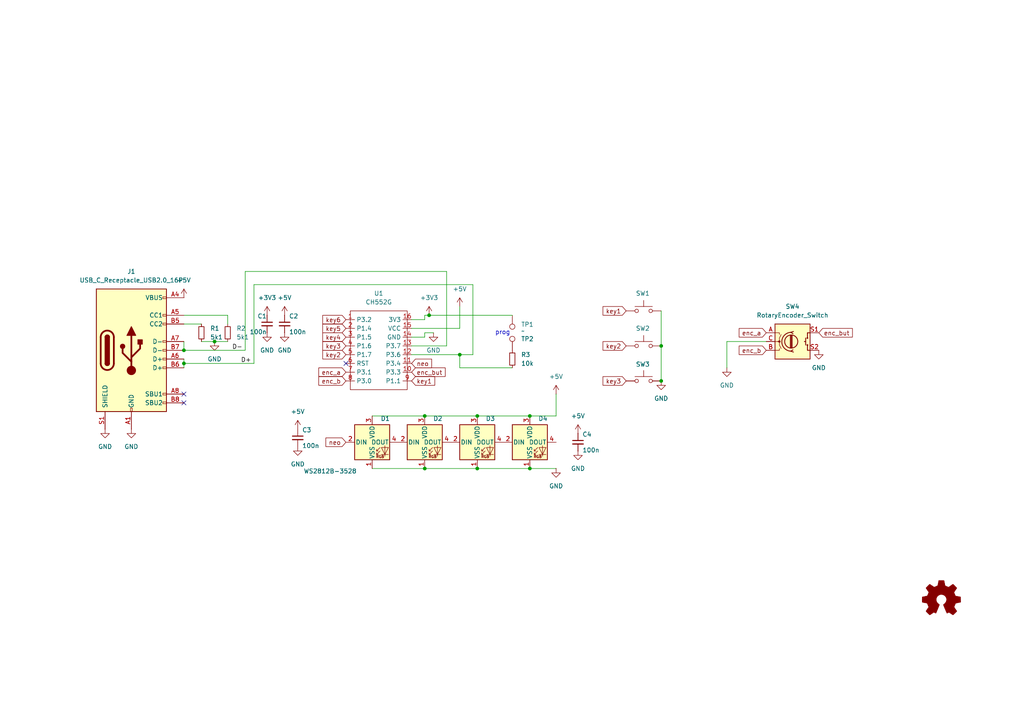
<source format=kicad_sch>
(kicad_sch (version 20250114) (generator "eeschema") (generator_version "9.0")
  (paper "A4")
  (title_block (title "Push-n-Turn-31") (date "2025-03-03") (rev "1") (company "Concept & Code"))
  (lib_symbols
    (symbol "Connector:TestPoint" (pin_numbers (hide yes)) (pin_names (offset 0.762) (hide yes))
      (property "Reference" "TP" (at 0 6.858 0))
      (property "Value" "TestPoint" (at 0 5.08 0))
      (symbol "TestPoint_0_1"
        (circle (center 0 3.302) (radius 0.762))
      )
      (symbol "TestPoint_1_1"
        (pin passive line (at 0 0 90) (length 2.54) (name "1") (number "1"))
      )
    )
    (symbol "Connector:USB_C_Receptacle_USB2.0_16P" (pin_names (offset 1.016))
      (property "Reference" "J" (at 0 22.225 0))
      (property "Value" "USB_C_Receptacle_USB2.0_16P" (at 0 19.685 0))
      (symbol "USB_C_Receptacle_USB2.0_16P_0_0"
        (rectangle (start -0.254 -17.78) (end 0.254 -16.764))
        (rectangle (start 10.16 15.494) (end 9.144 14.986))
        (rectangle (start 10.16 10.414) (end 9.144 9.906))
        (rectangle (start 10.16 7.874) (end 9.144 7.366))
        (rectangle (start 10.16 2.794) (end 9.144 2.286))
        (rectangle (start 10.16 0.254) (end 9.144 -0.254))
        (rectangle (start 10.16 -2.286) (end 9.144 -2.794))
        (rectangle (start 10.16 -4.826) (end 9.144 -5.334))
        (rectangle (start 10.16 -12.446) (end 9.144 -12.954))
        (rectangle (start 10.16 -14.986) (end 9.144 -15.494))
      )
      (symbol "USB_C_Receptacle_USB2.0_16P_0_1"
        (rectangle (start -10.16 17.78) (end 10.16 -17.78) (stroke (width 0.254)) (fill (type background)))
        (polyline (pts (xy -8.89 -3.81) (xy -8.89 3.81)) (stroke (width 0.508)))
        (rectangle (start -7.62 -3.81) (end -6.35 3.81) (stroke (width 0.254)) (fill (type outline)))
        (arc (start -7.62 3.81) (mid -6.985 4.4423) (end -6.35 3.81) (stroke (width 0.254)))
        (arc (start -7.62 3.81) (mid -6.985 4.4423) (end -6.35 3.81) (stroke (width 0.254)) (fill (type outline)))
        (arc (start -8.89 3.81) (mid -6.985 5.7067) (end -5.08 3.81) (stroke (width 0.508)))
        (arc (start -5.08 -3.81) (mid -6.985 -5.7067) (end -8.89 -3.81) (stroke (width 0.508)))
        (arc (start -6.35 -3.81) (mid -6.985 -4.4423) (end -7.62 -3.81) (stroke (width 0.254)))
        (arc (start -6.35 -3.81) (mid -6.985 -4.4423) (end -7.62 -3.81) (stroke (width 0.254)) (fill (type outline)))
        (polyline (pts (xy -5.08 3.81) (xy -5.08 -3.81)) (stroke (width 0.508)))
        (circle (center -2.54 1.143) (radius 0.635) (stroke (width 0.254)) (fill (type outline)))
        (polyline (pts (xy -1.27 4.318) (xy 0 6.858) (xy 1.27 4.318) (xy -1.27 4.318)) (stroke (width 0.254)) (fill (type outline)))
        (polyline (pts (xy 0 -2.032) (xy 2.54 0.508) (xy 2.54 1.778)) (stroke (width 0.508)))
        (polyline (pts (xy 0 -3.302) (xy -2.54 -0.762) (xy -2.54 0.508)) (stroke (width 0.508)))
        (polyline (pts (xy 0 -5.842) (xy 0 4.318)) (stroke (width 0.508)))
        (circle (center 0 -5.842) (radius 1.27) (fill (type outline)))
        (rectangle (start 1.905 1.778) (end 3.175 3.048) (stroke (width 0.254)) (fill (type outline)))
      )
      (symbol "USB_C_Receptacle_USB2.0_16P_1_1"
        (pin passive line (at -7.62 -22.86 90) (length 5.08) (name "SHIELD") (number "S1"))
        (pin passive line (at 0 -22.86 90) (length 5.08) (name "GND") (number "A1"))
        (pin passive line (at 0 -22.86 90) (length 5.08) (hide yes) (name "GND") (number "A12"))
        (pin passive line (at 0 -22.86 90) (length 5.08) (hide yes) (name "GND") (number "B1"))
        (pin passive line (at 0 -22.86 90) (length 5.08) (hide yes) (name "GND") (number "B12"))
        (pin passive line (at 15.24 15.24 180) (length 5.08) (name "VBUS") (number "A4"))
        (pin passive line (at 15.24 15.24 180) (length 5.08) (hide yes) (name "VBUS") (number "A9"))
        (pin passive line (at 15.24 15.24 180) (length 5.08) (hide yes) (name "VBUS") (number "B4"))
        (pin passive line (at 15.24 15.24 180) (length 5.08) (hide yes) (name "VBUS") (number "B9"))
        (pin bidirectional line (at 15.24 10.16 180) (length 5.08) (name "CC1") (number "A5"))
        (pin bidirectional line (at 15.24 7.62 180) (length 5.08) (name "CC2") (number "B5"))
        (pin bidirectional line (at 15.24 2.54 180) (length 5.08) (name "D-") (number "A7"))
        (pin bidirectional line (at 15.24 0 180) (length 5.08) (name "D-") (number "B7"))
        (pin bidirectional line (at 15.24 -2.54 180) (length 5.08) (name "D+") (number "A6"))
        (pin bidirectional line (at 15.24 -5.08 180) (length 5.08) (name "D+") (number "B6"))
        (pin bidirectional line (at 15.24 -12.7 180) (length 5.08) (name "SBU1") (number "A8"))
        (pin bidirectional line (at 15.24 -15.24 180) (length 5.08) (name "SBU2") (number "B8"))
      )
    )
    (symbol "Device:C_Small" (pin_numbers (hide yes)) (pin_names (offset 0.254) (hide yes))
      (property "Reference" "C" (at 0.254 1.778 0))
      (property "Value" "C_Small" (at 0.254 -2.032 0))
      (symbol "C_Small_0_1"
        (polyline (pts (xy -1.524 0.508) (xy 1.524 0.508)) (stroke (width 0.3048)))
        (polyline (pts (xy -1.524 -0.508) (xy 1.524 -0.508)) (stroke (width 0.3302)))
      )
      (symbol "C_Small_1_1"
        (pin passive line (at 0 2.54 270) (length 2.032) (name "~") (number "1"))
        (pin passive line (at 0 -2.54 90) (length 2.032) (name "~") (number "2"))
      )
    )
    (symbol "Device:R_Small" (pin_numbers (hide yes)) (pin_names (offset 0.254) (hide yes))
      (property "Reference" "R" (at 0.762 0.508 0))
      (property "Value" "R_Small" (at 0.762 -1.016 0))
      (symbol "R_Small_0_1"
        (rectangle (start -0.762 1.778) (end 0.762 -1.778) (stroke (width 0.2032)))
      )
      (symbol "R_Small_1_1"
        (pin passive line (at 0 2.54 270) (length 0.762) (name "~") (number "1"))
        (pin passive line (at 0 -2.54 90) (length 0.762) (name "~") (number "2"))
      )
    )
    (symbol "Device:RotaryEncoder_Switch" (pin_names (offset 0.254) (hide yes))
      (property "Reference" "SW" (at 0 6.604 0))
      (property "Value" "RotaryEncoder_Switch" (at 0 -6.604 0))
      (symbol "RotaryEncoder_Switch_0_1"
        (rectangle (start -5.08 5.08) (end 5.08 -5.08) (stroke (width 0.254)) (fill (type background)))
        (polyline (pts (xy -5.08 2.54) (xy -3.81 2.54) (xy -3.81 2.032)))
        (polyline (pts (xy -5.08 0) (xy -3.81 0) (xy -3.81 -1.016) (xy -3.302 -2.032)))
        (polyline (pts (xy -5.08 -2.54) (xy -3.81 -2.54) (xy -3.81 -2.032)))
        (polyline (pts (xy -4.318 0) (xy -3.81 0) (xy -3.81 1.016) (xy -3.302 2.032)))
        (circle (center -3.81 0) (radius 0.254) (fill (type outline)))
        (polyline (pts (xy -0.635 -1.778) (xy -0.635 1.778)) (stroke (width 0.254)))
        (circle (center -0.381 0) (radius 1.905) (stroke (width 0.254)))
        (polyline (pts (xy -0.381 -1.778) (xy -0.381 1.778)) (stroke (width 0.254)))
        (arc (start -0.381 -2.794) (mid -3.0988 -0.0635) (end -0.381 2.667) (stroke (width 0.254)))
        (polyline (pts (xy -0.127 1.778) (xy -0.127 -1.778)) (stroke (width 0.254)))
        (polyline (pts (xy 0.254 2.921) (xy -0.508 2.667) (xy 0.127 2.286)) (stroke (width 0.254)))
        (polyline (pts (xy 0.254 -3.048) (xy -0.508 -2.794) (xy 0.127 -2.413)) (stroke (width 0.254)))
        (polyline (pts (xy 3.81 1.016) (xy 3.81 -1.016)) (stroke (width 0.254)))
        (polyline (pts (xy 3.81 0) (xy 3.429 0)) (stroke (width 0.254)))
        (circle (center 4.318 1.016) (radius 0.127) (stroke (width 0.254)))
        (circle (center 4.318 -1.016) (radius 0.127) (stroke (width 0.254)))
        (polyline (pts (xy 5.08 2.54) (xy 4.318 2.54) (xy 4.318 1.016)) (stroke (width 0.254)))
        (polyline (pts (xy 5.08 -2.54) (xy 4.318 -2.54) (xy 4.318 -1.016)) (stroke (width 0.254)))
      )
      (symbol "RotaryEncoder_Switch_1_1"
        (pin passive line (at -7.62 2.54 0) (length 2.54) (name "A") (number "A"))
        (pin passive line (at -7.62 0 0) (length 2.54) (name "C") (number "C"))
        (pin passive line (at -7.62 -2.54 0) (length 2.54) (name "B") (number "B"))
        (pin passive line (at 7.62 2.54 180) (length 2.54) (name "S1") (number "S1"))
        (pin passive line (at 7.62 -2.54 180) (length 2.54) (name "S2") (number "S2"))
      )
    )
    (symbol "Graphic:Logo_Open_Hardware_Small" (in_bom no) (on_board no)
      (symbol "Logo_Open_Hardware_Small_0_1"
        (polyline (pts (xy 3.3528 -4.3434) (xy 3.302 -4.318) (xy 3.175 -4.2418) (xy 2.9972 -4.1148) (xy 2.7686 -3.9624) (xy 2.54 -3.81) (xy 2.3622 -3.7084) (xy 2.2352 -3.6068) (xy 2.1844 -3.5814) (xy 2.159 -3.6068) (xy 2.0574 -3.6576) (xy 1.905 -3.7338) (xy 1.8034 -3.7846) (xy 1.6764 -3.8354) (xy 1.6002 -3.8354) (xy 1.6002 -3.8354) (xy 1.5494 -3.7338) (xy 1.4732 -3.5306) (xy 1.3462 -3.302) (xy 1.2446 -3.0226) (xy 1.1176 -2.7178) (xy 0.9652 -2.413) (xy 0.8636 -2.1082) (xy 0.7366 -1.8288) (xy 0.6604 -1.6256) (xy 0.6096 -1.4732) (xy 0.5842 -1.397) (xy 0.5842 -1.397) (xy 0.6604 -1.3208) (xy 0.7874 -1.2446) (xy 1.0414 -1.016) (xy 1.2954 -0.6858) (xy 1.4478 -0.3302) (xy 1.524 0.0762) (xy 1.4732 0.4572) (xy 1.3208 0.8128) (xy 1.0668 1.143) (xy 0.762 1.3716) (xy 0.4064 1.524) (xy 0 1.5748) (xy -0.381 1.5494) (xy -0.7366 1.397) (xy -1.0668 1.143) (xy -1.2192 0.9906) (xy -1.397 0.6604) (xy -1.524 0.3048) (xy -1.524 0.2286) (xy -1.4986 -0.1778) (xy -1.397 -0.5334) (xy -1.1938 -0.8636) (xy -0.9144 -1.143) (xy -0.8636 -1.1684) (xy -0.7366 -1.27) (xy -0.635 -1.3462) (xy -0.5842 -1.397) (xy -1.0668 -2.5908) (xy -1.143 -2.794) (xy -1.2954 -3.1242) (xy -1.397 -3.4036) (xy -1.4986 -3.6322) (xy -1.5748 -3.7846) (xy -1.6002 -3.8354) (xy -1.6002 -3.8354) (xy -1.651 -3.8354) (xy -1.7272 -3.81) (xy -1.905 -3.7338) (xy -2.0066 -3.683) (xy -2.1336 -3.6068) (xy -2.2098 -3.5814) (xy -2.2606 -3.6068) (xy -2.3622 -3.683) (xy -2.54 -3.81) (xy -2.7686 -3.9624) (xy -2.9718 -4.0894) (xy -3.1496 -4.2164) (xy -3.302 -4.318) (xy -3.3528 -4.3434) (xy -3.3782 -4.3434) (xy -3.429 -4.318) (xy -3.5306 -4.2164) (xy -3.7084 -4.064) (xy -3.937 -3.8354) (xy -3.9624 -3.81) (xy -4.1656 -3.6068) (xy -4.318 -3.4544) (xy -4.4196 -3.3274) (xy -4.445 -3.2766) (xy -4.445 -3.2766) (xy -4.4196 -3.2258) (xy -4.318 -3.0734) (xy -4.2164 -2.8956) (xy -4.064 -2.667) (xy -3.6576 -2.0828) (xy -3.8862 -1.5494) (xy -3.937 -1.3716) (xy -4.0386 -1.1684) (xy -4.0894 -1.0414) (xy -4.1148 -0.9652) (xy -4.191 -0.9398) (xy -4.318 -0.9144) (xy -4.5466 -0.8636) (xy -4.8006 -0.8128) (xy -5.0546 -0.7874) (xy -5.2578 -0.7366) (xy -5.4356 -0.7112) (xy -5.5118 -0.6858) (xy -5.5118 -0.6858) (xy -5.5372 -0.635) (xy -5.5372 -0.5588) (xy -5.5372 -0.4318) (xy -5.5626 -0.2286) (xy -5.5626 0.0762) (xy -5.5626 0.127) (xy -5.5372 0.4064) (xy -5.5372 0.635) (xy -5.5372 0.762) (xy -5.5372 0.8382) (xy -5.5372 0.8382) (xy -5.461 0.8382) (xy -5.3086 0.889) (xy -5.08 0.9144) (xy -4.826 0.9652) (xy -4.8006 0.9906) (xy -4.5466 1.0414) (xy -4.318 1.0668) (xy -4.1656 1.1176) (xy -4.0894 1.143) (xy -4.0894 1.143) (xy -4.0386 1.2446) (xy -3.9624 1.4224) (xy -3.8608 1.6256) (xy -3.7846 1.8288) (xy -3.7084 2.0066) (xy -3.6576 2.159) (xy -3.6322 2.2098) (xy -3.6322 2.2098) (xy -3.683 2.286) (xy -3.7592 2.413) (xy -3.8862 2.5908) (xy -4.064 2.8194) (xy -4.064 2.8448) (xy -4.2164 3.0734) (xy -4.3434 3.2512) (xy -4.4196 3.3782) (xy -4.445 3.4544) (xy -4.445 3.4544) (xy -4.3942 3.5052) (xy -4.2926 3.6322) (xy -4.1148 3.81) (xy -3.937 4.0132) (xy -3.8608 4.064) (xy -3.6576 4.2926) (xy -3.5052 4.4196) (xy -3.4036 4.4958) (xy -3.3528 4.5212) (xy -3.3528 4.5212) (xy -3.302 4.4704) (xy -3.1496 4.3688) (xy -2.9718 4.2418) (xy -2.7432 4.0894) (xy -2.7178 4.0894) (xy -2.4892 3.937) (xy -2.3114 3.81) (xy -2.1844 3.7084) (xy -2.1336 3.683) (xy -2.1082 3.683) (xy -2.032 3.7084) (xy -1.8542 3.7592) (xy -1.6764 3.8354) (xy -1.4732 3.937) (xy -1.27 4.0132) (xy -1.143 4.064) (xy -1.0668 4.1148) (xy -1.0668 4.1148) (xy -1.0414 4.191) (xy -1.016 4.3434) (xy -0.9652 4.572) (xy -0.9144 4.8514) (xy -0.889 4.9022) (xy -0.8382 5.1562) (xy -0.8128 5.3848) (xy -0.7874 5.5372) (xy -0.762 5.588) (xy -0.7112 5.6134) (xy -0.5842 5.6134) (xy -0.4064 5.6134) (xy -0.1524 5.6134) (xy 0.0762 5.6134) (xy 0.3302 5.6134) (xy 0.5334 5.6134) (xy 0.6858 5.588) (xy 0.7366 5.588) (xy 0.7366 5.588) (xy 0.762 5.5118) (xy 0.8128 5.334) (xy 0.8382 5.1054) (xy 0.9144 4.826) (xy 0.9144 4.7752) (xy 0.9652 4.5212) (xy 1.016 4.2926) (xy 1.0414 4.1402) (xy 1.0668 4.0894) (xy 1.0668 4.0894) (xy 1.1938 4.0386) (xy 1.3716 3.9624) (xy 1.5748 3.8608) (xy 2.0828 3.6576) (xy 2.7178 4.0894) (xy 2.7686 4.1402) (xy 2.9972 4.2926) (xy 3.175 4.4196) (xy 3.302 4.4958) (xy 3.3782 4.5212) (xy 3.3782 4.5212) (xy 3.429 4.4704) (xy 3.556 4.3434) (xy 3.7338 4.191) (xy 3.9116 3.9878) (xy 4.064 3.8354) (xy 4.2418 3.6576) (xy 4.3434 3.556) (xy 4.4196 3.4798) (xy 4.4196 3.429) (xy 4.4196 3.4036) (xy 4.3942 3.3274) (xy 4.2926 3.2004) (xy 4.1656 2.9972) (xy 4.0132 2.794) (xy 3.8862 2.5908) (xy 3.7592 2.3876) (xy 3.6576 2.2352) (xy 3.6322 2.159) (xy 3.6322 2.1336) (xy 3.683 2.0066) (xy 3.7592 1.8288) (xy 3.8608 1.6002) (xy 4.064 1.1176) (xy 4.3942 1.0414) (xy 4.5974 1.016) (xy 4.8768 0.9652) (xy 5.1308 0.9144) (xy 5.5372 0.8382) (xy 5.5626 -0.6604) (xy 5.4864 -0.6858) (xy 5.4356 -0.6858) (xy 5.2832 -0.7366) (xy 5.0546 -0.762) (xy 4.8006 -0.8128) (xy 4.5974 -0.8636) (xy 4.3688 -0.9144) (xy 4.2164 -0.9398) (xy 4.1402 -0.9398) (xy 4.1148 -0.9652) (xy 4.064 -1.0668) (xy 3.9878 -1.2446) (xy 3.9116 -1.4478) (xy 3.81 -1.651) (xy 3.7338 -1.8542) (xy 3.683 -2.0066) (xy 3.6576 -2.0828) (xy 3.683 -2.1336) (xy 3.7846 -2.2606) (xy 3.8862 -2.4638) (xy 4.0386 -2.667) (xy 4.191 -2.8956) (xy 4.318 -3.0734) (xy 4.3942 -3.2004) (xy 4.445 -3.2766) (xy 4.4196 -3.3274) (xy 4.3434 -3.429) (xy 4.1656 -3.5814) (xy 3.937 -3.8354) (xy 3.8862 -3.8608) (xy 3.683 -4.064) (xy 3.5306 -4.2164) (xy 3.4036 -4.318) (xy 3.3528 -4.3434)) (fill (type outline)))
      )
    )
    (symbol "LED:WS2812B-3528" (pin_names (offset 0.254))
      (property "Reference" "D" (at 5.08 5.715 0))
      (property "Value" "WS2812B-3528" (at 1.27 -5.715 0))
      (symbol "WS2812B-3528_0_0"
        (text "RGB" (at 2.286 -4.191 0) (effects (font (size 0.762 0.762))))
      )
      (symbol "WS2812B-3528_0_1"
        (polyline (pts (xy 1.27 -2.54) (xy 1.778 -2.54)))
        (polyline (pts (xy 1.27 -3.556) (xy 1.778 -3.556)))
        (polyline (pts (xy 2.286 -1.524) (xy 1.27 -2.54) (xy 1.27 -2.032)))
        (polyline (pts (xy 2.286 -2.54) (xy 1.27 -3.556) (xy 1.27 -3.048)))
        (polyline (pts (xy 3.683 -1.016) (xy 3.683 -3.556) (xy 3.683 -4.064)))
        (polyline (pts (xy 4.699 -1.524) (xy 2.667 -1.524) (xy 3.683 -3.556) (xy 4.699 -1.524)))
        (polyline (pts (xy 4.699 -3.556) (xy 2.667 -3.556)))
        (rectangle (start 5.08 5.08) (end -5.08 -5.08) (stroke (width 0.254)) (fill (type background)))
      )
      (symbol "WS2812B-3528_1_1"
        (pin input line (at -7.62 0 0) (length 2.54) (name "DIN") (number "2"))
        (pin power_in line (at 0 7.62 270) (length 2.54) (name "VDD") (number "3"))
        (pin power_in line (at 0 -7.62 90) (length 2.54) (name "VSS") (number "1"))
        (pin output line (at 7.62 0 180) (length 2.54) (name "DOUT") (number "4"))
      )
    )
    (symbol "Switch:SW_Push" (pin_numbers (hide yes)) (pin_names (offset 1.016) (hide yes))
      (property "Reference" "SW" (at 1.27 2.54 0))
      (property "Value" "SW_Push" (at 0 -1.524 0))
      (symbol "SW_Push_0_1"
        (circle (center -2.032 0) (radius 0.508))
        (polyline (pts (xy 0 1.27) (xy 0 3.048)))
        (circle (center 2.032 0) (radius 0.508))
        (polyline (pts (xy 2.54 1.27) (xy -2.54 1.27)))
        (pin passive line (at -5.08 0 0) (length 2.54) (name "1") (number "1"))
        (pin passive line (at 5.08 0 180) (length 2.54) (name "2") (number "2"))
      )
    )
    (symbol "ch552g:CH552G"
      (property "Reference" "U" (at 0 1.27 0))
      (property "Value" "CH552G" (at 0 -2.54 0))
      (symbol "CH552G_0_1"
        (rectangle (start -8.89 8.89) (end 7.62 -13.97))
      )
      (symbol "CH552G_1_1"
        (pin bidirectional line (at -10.16 6.35 0) (length 2.54) (name "P3.2") (number "1"))
        (pin bidirectional line (at -10.16 3.81 0) (length 2.54) (name "P1.4") (number "2"))
        (pin bidirectional line (at -10.16 1.27 0) (length 2.54) (name "P1.5") (number "3"))
        (pin bidirectional line (at -10.16 -1.27 0) (length 2.54) (name "P1.6") (number "4"))
        (pin bidirectional line (at -10.16 -3.81 0) (length 2.54) (name "P1.7") (number "5"))
        (pin bidirectional line (at -10.16 -6.35 0) (length 2.54) (name "RST") (number "6"))
        (pin bidirectional line (at -10.16 -8.89 0) (length 2.54) (name "P3.1") (number "7"))
        (pin bidirectional line (at -10.16 -11.43 0) (length 2.54) (name "P3.0") (number "8"))
        (pin bidirectional line (at 8.89 6.35 180) (length 2.54) (name "3V3") (number "16"))
        (pin bidirectional line (at 8.89 3.81 180) (length 2.54) (name "VCC") (number "15"))
        (pin bidirectional line (at 8.89 1.27 180) (length 2.54) (name "GND") (number "14"))
        (pin bidirectional line (at 8.89 -1.27 180) (length 2.54) (name "P3.7") (number "13"))
        (pin bidirectional line (at 8.89 -3.81 180) (length 2.54) (name "P3.6") (number "12"))
        (pin bidirectional line (at 8.89 -6.35 180) (length 2.54) (name "P3.4") (number "11"))
        (pin bidirectional line (at 8.89 -8.89 180) (length 2.54) (name "P3.3") (number "10"))
        (pin bidirectional line (at 8.89 -11.43 180) (length 2.54) (name "P1.1") (number "9"))
      )
    )
    (symbol "power:+3V3" (power) (pin_numbers (hide yes)) (pin_names (offset 0) (hide yes))
      (property "Value" "+3V3" (at 0 3.556 0))
      (symbol "+3V3_0_1"
        (polyline (pts (xy -0.762 1.27) (xy 0 2.54)))
        (polyline (pts (xy 0 2.54) (xy 0.762 1.27)))
        (polyline (pts (xy 0 0) (xy 0 2.54)))
      )
      (symbol "+3V3_1_1"
        (pin power_in line (at 0 0 90) (length 0) (name "~") (number "1"))
      )
    )
    (symbol "power:+5V" (power) (pin_numbers (hide yes)) (pin_names (offset 0) (hide yes))
      (property "Value" "+5V" (at 0 3.556 0))
      (symbol "+5V_0_1"
        (polyline (pts (xy -0.762 1.27) (xy 0 2.54)))
        (polyline (pts (xy 0 2.54) (xy 0.762 1.27)))
        (polyline (pts (xy 0 0) (xy 0 2.54)))
      )
      (symbol "+5V_1_1"
        (pin power_in line (at 0 0 90) (length 0) (name "~") (number "1"))
      )
    )
    (symbol "power:GND" (power) (pin_numbers (hide yes)) (pin_names (offset 0) (hide yes))
      (property "Value" "GND" (at 0 -3.81 0))
      (symbol "GND_0_1"
        (polyline (pts (xy 0 0) (xy 0 -1.27) (xy 1.27 -1.27) (xy 0 -2.54) (xy -1.27 -1.27) (xy 0 -1.27)))
      )
      (symbol "GND_1_1"
        (pin power_in line (at 0 0 270) (length 0) (name "~") (number "1"))
      )
    )
  )
  (text "prog" (at 145.796 96.52 0) (effects (font (size 1.27 1.27))))
  (junction (at 153.67 135.89))
  (junction (at 123.19 135.89))
  (junction (at 133.35 102.87))
  (junction (at 191.77 110.49))
  (junction (at 153.67 120.65))
  (junction (at 123.19 120.65))
  (junction (at 62.23 99.06))
  (junction (at 191.77 100.33))
  (junction (at 124.46 91.44))
  (junction (at 53.34 101.6))
  (junction (at 53.34 105.41))
  (junction (at 138.43 135.89))
  (junction (at 138.43 120.65))
  (no_connect (at 100.33 105.41))
  (no_connect (at 53.34 116.84))
  (no_connect (at 53.34 114.3))
  (wire (pts (xy 133.35 102.87) (xy 137.16 102.87)))
  (wire (pts (xy 123.19 120.65) (xy 138.43 120.65)))
  (wire (pts (xy 71.12 78.74) (xy 129.54 78.74)))
  (wire (pts (xy 123.19 96.52) (xy 125.73 96.52)))
  (wire (pts (xy 133.35 95.25) (xy 133.35 88.9)))
  (wire (pts (xy 73.66 105.41) (xy 53.34 105.41)))
  (wire (pts (xy 53.34 105.41) (xy 53.34 106.68)))
  (wire (pts (xy 53.34 101.6) (xy 71.12 101.6)))
  (wire (pts (xy 210.82 99.06) (xy 222.25 99.06)))
  (wire (pts (xy 148.59 106.68) (xy 133.35 106.68)))
  (wire (pts (xy 123.19 97.79) (xy 123.19 96.52)))
  (wire (pts (xy 191.77 90.17) (xy 191.77 100.33)))
  (wire (pts (xy 53.34 99.06) (xy 53.34 101.6)))
  (wire (pts (xy 53.34 93.98) (xy 58.42 93.98)))
  (wire (pts (xy 73.66 82.55) (xy 73.66 105.41)))
  (wire (pts (xy 123.19 91.44) (xy 123.19 92.71)))
  (wire (pts (xy 66.04 93.98) (xy 66.04 91.44)))
  (wire (pts (xy 107.95 135.89) (xy 123.19 135.89)))
  (wire (pts (xy 66.04 91.44) (xy 53.34 91.44)))
  (wire (pts (xy 119.38 95.25) (xy 133.35 95.25)))
  (wire (pts (xy 53.34 104.14) (xy 53.34 105.41)))
  (wire (pts (xy 62.23 99.06) (xy 66.04 99.06)))
  (wire (pts (xy 210.82 99.06) (xy 210.82 106.68)))
  (wire (pts (xy 138.43 135.89) (xy 153.67 135.89)))
  (wire (pts (xy 119.38 97.79) (xy 123.19 97.79)))
  (wire (pts (xy 119.38 102.87) (xy 133.35 102.87)))
  (wire (pts (xy 153.67 120.65) (xy 161.29 120.65)))
  (wire (pts (xy 137.16 102.87) (xy 137.16 82.55)))
  (wire (pts (xy 123.19 92.71) (xy 119.38 92.71)))
  (wire (pts (xy 71.12 101.6) (xy 71.12 78.74)))
  (wire (pts (xy 124.46 91.44) (xy 123.19 91.44)))
  (wire (pts (xy 153.67 135.89) (xy 161.29 135.89)))
  (wire (pts (xy 138.43 120.65) (xy 153.67 120.65)))
  (wire (pts (xy 58.42 99.06) (xy 62.23 99.06)))
  (wire (pts (xy 129.54 100.33) (xy 119.38 100.33)))
  (wire (pts (xy 148.59 91.44) (xy 124.46 91.44)))
  (wire (pts (xy 137.16 82.55) (xy 73.66 82.55)))
  (wire (pts (xy 191.77 100.33) (xy 191.77 110.49)))
  (wire (pts (xy 107.95 120.65) (xy 123.19 120.65)))
  (wire (pts (xy 123.19 135.89) (xy 138.43 135.89)))
  (wire (pts (xy 161.29 114.3) (xy 161.29 120.65)))
  (wire (pts (xy 129.54 78.74) (xy 129.54 100.33)))
  (wire (pts (xy 133.35 106.68) (xy 133.35 102.87)))
  (label "D+" (at 69.85 105.41 0))
  (label "D-" (at 67.31 101.6 0))
  (global_label "enc_but" (shape input) (at 237.49 96.52 0) (property "Intersheetrefs" "${INTERSHEET_REFS}" (effects (hide yes))))
  (global_label "neo" (shape input) (at 119.38 105.41 0) (property "Intersheetrefs" "${INTERSHEET_REFS}" (effects (hide yes))))
  (global_label "enc_a" (shape input) (at 222.25 96.52 180) (property "Intersheetrefs" "${INTERSHEET_REFS}" (effects (hide yes))))
  (global_label "key4" (shape input) (at 100.33 97.79 180) (property "Intersheetrefs" "${INTERSHEET_REFS}" (effects (hide yes))))
  (global_label "enc_b" (shape input) (at 222.25 101.6 180) (property "Intersheetrefs" "${INTERSHEET_REFS}" (effects (hide yes))))
  (global_label "enc_b" (shape input) (at 100.33 110.49 180) (property "Intersheetrefs" "${INTERSHEET_REFS}" (effects (hide yes))))
  (global_label "key1" (shape input) (at 181.61 90.17 180) (property "Intersheetrefs" "${INTERSHEET_REFS}" (effects (hide yes))))
  (global_label "key3" (shape input) (at 100.33 100.33 180) (property "Intersheetrefs" "${INTERSHEET_REFS}" (effects (hide yes))))
  (global_label "enc_a" (shape input) (at 100.33 107.95 180) (property "Intersheetrefs" "${INTERSHEET_REFS}" (effects (hide yes))))
  (global_label "key2" (shape input) (at 100.33 102.87 180) (property "Intersheetrefs" "${INTERSHEET_REFS}" (effects (hide yes))))
  (global_label "key5" (shape input) (at 100.33 95.25 180) (property "Intersheetrefs" "${INTERSHEET_REFS}" (effects (hide yes))))
  (global_label "neo" (shape input) (at 100.33 128.27 180) (property "Intersheetrefs" "${INTERSHEET_REFS}" (effects (hide yes))))
  (global_label "key1" (shape input) (at 119.38 110.49 0) (property "Intersheetrefs" "${INTERSHEET_REFS}" (effects (hide yes))))
  (global_label "enc_but" (shape input) (at 119.38 107.95 0) (property "Intersheetrefs" "${INTERSHEET_REFS}" (effects (hide yes))))
  (global_label "key3" (shape input) (at 181.61 110.49 180) (property "Intersheetrefs" "${INTERSHEET_REFS}" (effects (hide yes))))
  (global_label "key2" (shape input) (at 181.61 100.33 180) (property "Intersheetrefs" "${INTERSHEET_REFS}" (effects (hide yes))))
  (global_label "key6" (shape input) (at 100.33 92.71 180) (property "Intersheetrefs" "${INTERSHEET_REFS}" (effects (hide yes))))
  (symbol (lib_id "power:GND") (at 38.1 124.46 0) (unit 1)
    (property "Reference" "#PWR02" (effects (hide yes)))
    (property "Value" "GND" (at 38.1 129.54 0))
    (property "Description" "Power symbol creates a global label with name \"GND\" , ground" (effects (hide yes)))
  )
  (symbol (lib_id "power:+5V") (at 133.35 88.9 0) (unit 1)
    (property "Reference" "#PWR013" (effects (hide yes)))
    (property "Value" "+5V" (at 133.35 83.82 0))
    (property "Description" "Power symbol creates a global label with name \"+5V\"" (effects (hide yes)))
  )
  (symbol (lib_id "Switch:SW_Push") (at 186.69 100.33 0) (unit 1)
    (property "Reference" "SW2" (at 186.436 95.25 0))
    (property "Value" "key2" (effects (hide yes)))
    (property "Footprint" "Button_Switch_Keyboard:SW_RedDragon5.5m_Ali_1.00u" (effects (hide yes)))
    (property "Description" "Push button switch, generic, two pins" (effects (hide yes)))
  )
  (symbol (lib_id "power:GND") (at 82.55 96.52 0) (unit 1)
    (property "Reference" "#PWR08" (effects (hide yes)))
    (property "Value" "GND" (at 82.55 101.6 0))
    (property "Description" "Power symbol creates a global label with name \"GND\" , ground" (effects (hide yes)))
  )
  (symbol (lib_id "LED:WS2812B-3528") (at 107.95 128.27 0) (unit 1)
    (property "Reference" "D1" (at 111.76 121.412 0))
    (property "Value" "WS2812B-3528" (at 95.758 136.652 0))
    (property "Footprint" "LED_SMD:LED_WS2812B-Mini_PLCC4_3.5x2.8mm" (effects (hide yes)))
    (property "Datasheet" "https://cdn-shop.adafruit.com/datasheets/WS2812B.pdf" (effects (hide yes)))
    (property "Description" "RGB LED with integrated controller" (effects (hide yes)))
  )
  (symbol (lib_id "Device:RotaryEncoder_Switch") (at 229.87 99.06 0) (unit 1)
    (property "Reference" "SW4" (at 229.87 88.9 0))
    (property "Value" "RotaryEncoder_Switch" (at 229.87 91.44 0))
    (property "Footprint" "Rotary_Encoder:RotaryEncoder_Alps_EC12E-Switch_Vertical_H20mm" (effects (hide yes)))
    (property "Description" "Rotary encoder, dual channel, incremental quadrate outputs, with switch" (effects (hide yes)))
  )
  (symbol (lib_id "Device:R_Small") (at 66.04 96.52 0) (unit 1)
    (property "Reference" "R2" (at 68.58 95.2499 0) (effects (justify left)))
    (property "Value" "5k1" (at 68.58 97.7899 0) (effects (justify left)))
    (property "Footprint" "Resistor_SMD:R_0805_2012Metric" (effects (hide yes)))
    (property "Description" "Resistor, small symbol" (effects (hide yes)))
  )
  (symbol (lib_id "power:GND") (at 237.49 101.6 0) (unit 1)
    (property "Reference" "#PWR020" (effects (hide yes)))
    (property "Value" "GND" (at 237.49 106.68 0))
    (property "Description" "Power symbol creates a global label with name \"GND\" , ground" (effects (hide yes)))
  )
  (symbol (lib_id "power:+3V3") (at 124.46 91.44 0) (unit 1)
    (property "Reference" "#PWR011" (effects (hide yes)))
    (property "Value" "+3V3" (at 124.46 86.36 0))
    (property "Description" "Power symbol creates a global label with name \"+3V3\"" (effects (hide yes)))
  )
  (symbol (lib_id "Connector:USB_C_Receptacle_USB2.0_16P") (at 38.1 101.6 0) (unit 1)
    (property "Reference" "J1" (at 38.1 78.74 0))
    (property "Value" "USB_C_Receptacle_USB2.0_16P" (at 38.1 81.28 0))
    (property "Footprint" "Connector_USB:USB_C_Receptacle_GCT_USB4105-xx-A_16P_TopMnt_Horizontal" (effects (hide yes)))
    (property "Datasheet" "https://www.usb.org/sites/default/files/documents/usb_type-c.zip" (effects (hide yes)))
    (property "Description" "USB 2.0-only 16P Type-C Receptacle connector" (effects (hide yes)))
  )
  (symbol (lib_id "Switch:SW_Push") (at 186.69 110.49 0) (unit 1)
    (property "Reference" "SW3" (at 186.436 105.664 0))
    (property "Value" "key3" (effects (hide yes)))
    (property "Footprint" "Button_Switch_Keyboard:SW_RedDragon5.5m_Ali_1.00u" (effects (hide yes)))
    (property "Description" "Push button switch, generic, two pins" (effects (hide yes)))
  )
  (symbol (lib_id "Device:C_Small") (at 86.36 127 0) (unit 1)
    (property "Reference" "C3" (at 87.63 124.714 0) (effects (justify left)))
    (property "Value" "100n" (at 87.63 129.286 0) (effects (justify left)))
    (property "Footprint" "Capacitor_SMD:C_0805_2012Metric" (effects (hide yes)))
    (property "Description" "Unpolarized capacitor, small symbol" (effects (hide yes)))
  )
  (symbol (lib_id "Graphic:Logo_Open_Hardware_Small") (at 273.05 173.99 0) (unit 1) (in_bom no) (on_board no)
    (property "Reference" "#SYM1" (effects (hide yes)))
    (property "Value" "Logo_Open_Hardware_Small" (effects (hide yes)))
    (property "Description" "Open Hardware logo, small" (effects (hide yes)))
    (property "Sim.Enable" "0" (effects (hide yes)))
  )
  (symbol (lib_id "Device:R_Small") (at 58.42 96.52 0) (unit 1)
    (property "Reference" "R1" (at 60.96 95.2499 0) (effects (justify left)))
    (property "Value" "5k1" (at 60.96 97.7899 0) (effects (justify left)))
    (property "Footprint" "Resistor_SMD:R_0805_2012Metric" (effects (hide yes)))
    (property "Description" "Resistor, small symbol" (effects (hide yes)))
  )
  (symbol (lib_id "power:GND") (at 77.47 96.52 0) (unit 1)
    (property "Reference" "#PWR06" (effects (hide yes)))
    (property "Value" "GND" (at 77.47 101.6 0))
    (property "Description" "Power symbol creates a global label with name \"GND\" , ground" (effects (hide yes)))
  )
  (symbol (lib_id "power:GND") (at 191.77 110.49 0) (unit 1)
    (property "Reference" "#PWR018" (effects (hide yes)))
    (property "Value" "GND" (at 191.77 115.57 0))
    (property "Description" "Power symbol creates a global label with name \"GND\" , ground" (effects (hide yes)))
  )
  (symbol (lib_id "Switch:SW_Push") (at 186.69 90.17 0) (unit 1)
    (property "Reference" "SW1" (at 186.436 85.09 0))
    (property "Value" "key1" (effects (hide yes)))
    (property "Footprint" "Button_Switch_Keyboard:SW_RedDragon5.5m_Ali_1.00u" (effects (hide yes)))
    (property "Description" "Push button switch, generic, two pins" (effects (hide yes)))
  )
  (symbol (lib_id "power:GND") (at 210.82 106.68 0) (unit 1)
    (property "Reference" "#PWR019" (effects (hide yes)))
    (property "Value" "GND" (at 210.82 111.76 0))
    (property "Description" "Power symbol creates a global label with name \"GND\" , ground" (effects (hide yes)))
  )
  (symbol (lib_id "Device:R_Small") (at 148.59 104.14 0) (unit 1)
    (property "Reference" "R3" (at 151.13 102.8699 0) (effects (justify left)))
    (property "Value" "10k" (at 151.13 105.4099 0) (effects (justify left)))
    (property "Footprint" "Resistor_SMD:R_0805_2012Metric" (effects (hide yes)))
    (property "Description" "Resistor, small symbol" (effects (hide yes)))
  )
  (symbol (lib_id "power:GND") (at 125.73 96.52 0) (unit 1)
    (property "Reference" "#PWR012" (effects (hide yes)))
    (property "Value" "GND" (at 125.73 101.6 0))
    (property "Description" "Power symbol creates a global label with name \"GND\" , ground" (effects (hide yes)))
  )
  (symbol (lib_id "power:GND") (at 167.64 130.81 0) (unit 1)
    (property "Reference" "#PWR017" (effects (hide yes)))
    (property "Value" "GND" (at 167.64 135.89 0))
    (property "Description" "Power symbol creates a global label with name \"GND\" , ground" (effects (hide yes)))
  )
  (symbol (lib_id "LED:WS2812B-3528") (at 153.67 128.27 0) (unit 1)
    (property "Reference" "D4" (at 157.48 121.412 0))
    (property "Value" "WS2812B-3528" (effects (hide yes)))
    (property "Footprint" "LED_SMD:LED_WS2812B-Mini_PLCC4_3.5x2.8mm" (effects (hide yes)))
    (property "Datasheet" "https://cdn-shop.adafruit.com/datasheets/WS2812B.pdf" (effects (hide yes)))
    (property "Description" "RGB LED with integrated controller" (effects (hide yes)))
  )
  (symbol (lib_id "power:GND") (at 86.36 129.54 0) (unit 1)
    (property "Reference" "#PWR010" (effects (hide yes)))
    (property "Value" "GND" (at 86.36 134.62 0))
    (property "Description" "Power symbol creates a global label with name \"GND\" , ground" (effects (hide yes)))
  )
  (symbol (lib_id "power:+5V") (at 53.34 86.36 0) (unit 1)
    (property "Reference" "#PWR03" (effects (hide yes)))
    (property "Value" "+5V" (at 53.34 81.28 0))
    (property "Description" "Power symbol creates a global label with name \"+5V\"" (effects (hide yes)))
  )
  (symbol (lib_id "Device:C_Small") (at 77.47 93.98 0) (unit 1)
    (property "Reference" "C1" (at 74.676 91.694 0) (effects (justify left)))
    (property "Value" "100n" (at 72.39 96.266 0) (effects (justify left)))
    (property "Footprint" "Capacitor_SMD:C_0805_2012Metric" (effects (hide yes)))
    (property "Description" "Unpolarized capacitor, small symbol" (effects (hide yes)))
  )
  (symbol (lib_id "power:GND") (at 62.23 99.06 0) (unit 1)
    (property "Reference" "#PWR04" (effects (hide yes)))
    (property "Value" "GND" (at 62.23 104.14 0))
    (property "Description" "Power symbol creates a global label with name \"GND\" , ground" (effects (hide yes)))
  )
  (symbol (lib_id "Device:C_Small") (at 167.64 128.27 0) (unit 1)
    (property "Reference" "C4" (at 168.91 125.984 0) (effects (justify left)))
    (property "Value" "100n" (at 168.91 130.556 0) (effects (justify left)))
    (property "Footprint" "Capacitor_SMD:C_0805_2012Metric" (effects (hide yes)))
    (property "Description" "Unpolarized capacitor, small symbol" (effects (hide yes)))
  )
  (symbol (lib_id "power:+5V") (at 86.36 124.46 0) (unit 1)
    (property "Reference" "#PWR09" (effects (hide yes)))
    (property "Value" "+5V" (at 86.36 119.38 0))
    (property "Description" "Power symbol creates a global label with name \"+5V\"" (effects (hide yes)))
  )
  (symbol (lib_id "Device:C_Small") (at 82.55 93.98 0) (unit 1)
    (property "Reference" "C2" (at 83.82 91.694 0) (effects (justify left)))
    (property "Value" "100n" (at 83.82 96.266 0) (effects (justify left)))
    (property "Footprint" "Capacitor_SMD:C_0805_2012Metric" (effects (hide yes)))
    (property "Description" "Unpolarized capacitor, small symbol" (effects (hide yes)))
  )
  (symbol (lib_id "power:+5V") (at 161.29 114.3 0) (unit 1)
    (property "Reference" "#PWR014" (effects (hide yes)))
    (property "Value" "+5V" (at 161.29 109.22 0))
    (property "Description" "Power symbol creates a global label with name \"+5V\"" (effects (hide yes)))
  )
  (symbol (lib_id "Connector:TestPoint") (at 148.59 91.44 180) (unit 1)
    (property "Reference" "TP1" (at 151.13 94.1069 0) (effects (justify right)))
    (property "Value" "~" (at 151.13 96.012 0) (effects (justify right)))
    (property "Footprint" "TestPoint:TestPoint_Pad_2.5x2.5mm" (effects (hide yes)))
    (property "Description" "test point" (effects (hide yes)))
  )
  (symbol (lib_id "power:GND") (at 161.29 135.89 0) (unit 1)
    (property "Reference" "#PWR015" (effects (hide yes)))
    (property "Value" "GND" (at 161.29 140.97 0))
    (property "Description" "Power symbol creates a global label with name \"GND\" , ground" (effects (hide yes)))
  )
  (symbol (lib_id "power:+3V3") (at 77.47 91.44 0) (unit 1)
    (property "Reference" "#PWR05" (effects (hide yes)))
    (property "Value" "+3V3" (at 77.47 86.36 0))
    (property "Description" "Power symbol creates a global label with name \"+3V3\"" (effects (hide yes)))
  )
  (symbol (lib_id "power:+5V") (at 82.55 91.44 0) (unit 1)
    (property "Reference" "#PWR07" (effects (hide yes)))
    (property "Value" "+5V" (at 82.55 86.36 0))
    (property "Description" "Power symbol creates a global label with name \"+5V\"" (effects (hide yes)))
  )
  (symbol (lib_id "power:GND") (at 30.48 124.46 0) (unit 1)
    (property "Reference" "#PWR01" (effects (hide yes)))
    (property "Value" "GND" (at 30.48 129.54 0))
    (property "Description" "Power symbol creates a global label with name \"GND\" , ground" (effects (hide yes)))
  )
  (symbol (lib_id "ch552g:CH552G") (at 110.49 99.06 0) (unit 1)
    (property "Reference" "U1" (at 109.855 85.09 0))
    (property "Value" "CH552G" (at 109.855 87.63 0))
    (property "Footprint" "Package_SO:SOP-16_4.4x10.4mm_P1.27mm" (effects (hide yes)))
    (property "Datasheet" "https://github.com/WeActStudio/WeActStudio.CH552CoreBoard/blob/master/Datasheet/CH552DS1_en.PDF" (effects (hide yes)))
  )
  (symbol (lib_id "LED:WS2812B-3528") (at 123.19 128.27 0) (unit 1)
    (property "Reference" "D2" (at 127 121.412 0))
    (property "Value" "WS2812B-3528" (effects (hide yes)))
    (property "Footprint" "LED_SMD:LED_WS2812B-Mini_PLCC4_3.5x2.8mm" (effects (hide yes)))
    (property "Datasheet" "https://cdn-shop.adafruit.com/datasheets/WS2812B.pdf" (effects (hide yes)))
    (property "Description" "RGB LED with integrated controller" (effects (hide yes)))
  )
  (symbol (lib_id "power:+5V") (at 167.64 125.73 0) (unit 1)
    (property "Reference" "#PWR016" (effects (hide yes)))
    (property "Value" "+5V" (at 167.64 120.65 0))
    (property "Description" "Power symbol creates a global label with name \"+5V\"" (effects (hide yes)))
  )
  (symbol (lib_id "Connector:TestPoint") (at 148.59 101.6 0) (unit 1)
    (property "Reference" "TP2" (at 151.13 98.2979 0) (effects (justify left)))
    (property "Value" "TestPoint" (effects (hide yes)))
    (property "Footprint" "TestPoint:TestPoint_Pad_2.5x2.5mm" (effects (hide yes)))
    (property "Description" "test point" (effects (hide yes)))
  )
  (symbol (lib_id "LED:WS2812B-3528") (at 138.43 128.27 0) (unit 1)
    (property "Reference" "D3" (at 142.24 121.412 0))
    (property "Value" "WS2812B-3528" (effects (hide yes)))
    (property "Footprint" "LED_SMD:LED_WS2812B-Mini_PLCC4_3.5x2.8mm" (effects (hide yes)))
    (property "Datasheet" "https://cdn-shop.adafruit.com/datasheets/WS2812B.pdf" (effects (hide yes)))
    (property "Description" "RGB LED with integrated controller" (effects (hide yes)))
  )
)
</source>
